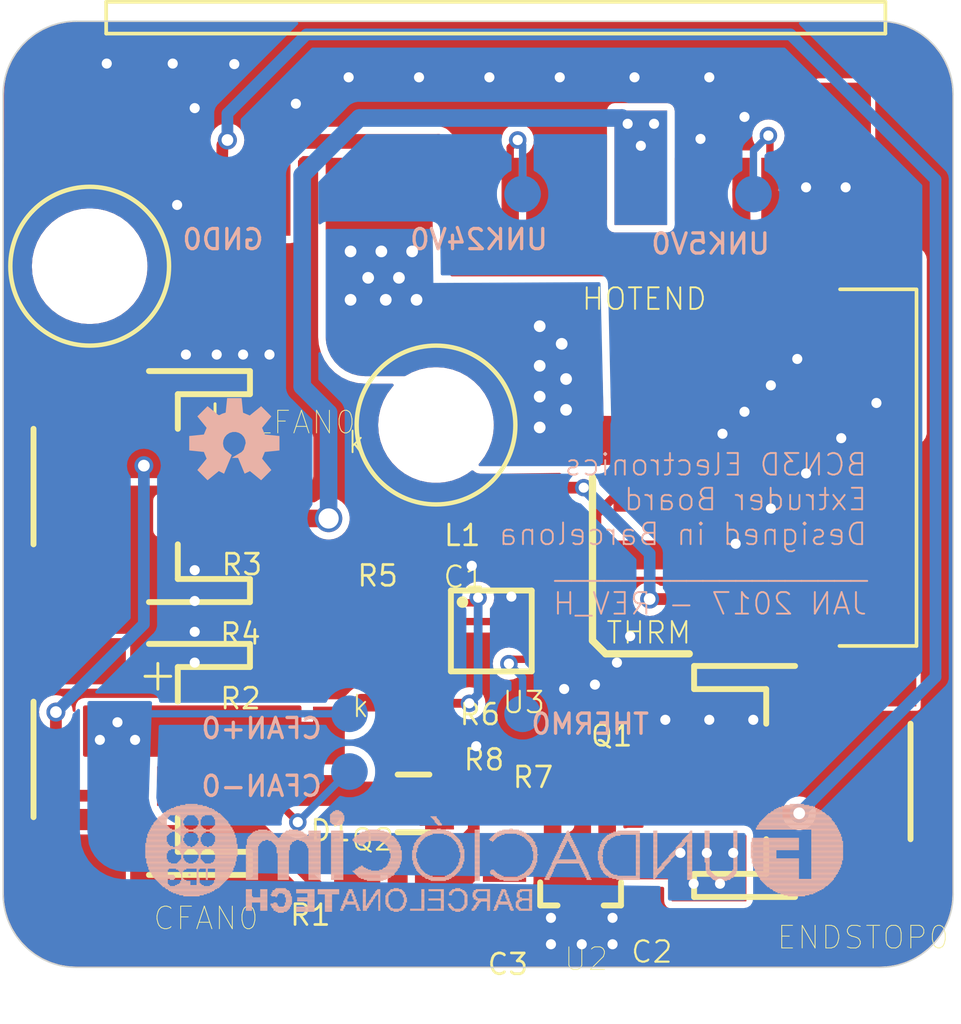
<source format=kicad_pcb>
(kicad_pcb (version 20221018) (generator pcbnew)
  (layers (0 "F.Cu" signal) (31 "B.Cu" signal) (34 "B.Paste" user) (35 "F.Paste" user) (36 "B.SilkS" user "B.Silkscreen") (37 "F.SilkS" user "F.Silkscreen") (38 "B.Mask" user) (39 "F.Mask" user) (44 "Edge.Cuts" user))
  (net 0 "")
  (net 1 "GND")
  (net 2 "+5V")
  (net 3 "HOTEND_THERM")
  (net 4 "LFAN")
  (net 5 "HOTEND")
  (net 6 "+24V")
  (net 7 "Z-ENDSTOP")
  (net 8 "GNDTHERM")
  (net 9 "IN")
  (net 10 "12V")
  (net 11 "N$4")
  (net 12 "N$5")
  (net 13 "OUT")
  (net 14 "DRAIN")
  (net 15 "N$3")
  (net 16 "N$1")
  (net 17 "N$2")
  (footprint "" (layer "F.Cu") (at 135.0419 97.1058)
    (fp_text reference "@HOLE0" hide)
    (fp_text value "")
  )
  (footprint "working:C0603K" (layer "F.Cu") (at 154.3219 118.4702 90)
    (fp_text reference "C2")
    (fp_text value "100n" hide)
  )
  (footprint "working:C0603K" (layer "F.Cu") (at 150.1775 107.4514 180)
    (fp_text reference "C1")
    (fp_text value "100n" hide)
  )
  (footprint "working:JST-2-SMD" (layer "F.Cu") (at 136.0951 114.1862 90)
    (fp_text reference "CFAN0")
    (fp_text value "")
  )
  (footprint "" (layer "F.Cu") (at 147.0419 102.6058)
    (fp_text reference "@HOLE1" hide)
    (fp_text value "")
  )
  (footprint "working:R0603" (layer "F.Cu") (at 146.2913 113.7666 180)
    (fp_text reference "R8")
    (fp_text value "10k" hide)
  )
  (footprint "working:R0603" (layer "F.Cu") (at 142.4771 111.0734 180)
    (fp_text reference "R2")
    (fp_text value "10k" hide)
  )
  (footprint "working:R0603" (layer "F.Cu") (at 146.2913 112.2218 180)
    (fp_text reference "R6")
    (fp_text value "1k" hide)
  )
  (footprint "working:R0603" (layer "F.Cu") (at 145.1661 109.443 -90)
    (fp_text reference "R5")
    (fp_text value "200k" hide)
  )
  (footprint "working:SOT23-3" (layer "F.Cu") (at 152.0523 118.543 180)
    (fp_text reference "U2")
    (fp_text value "LM3480IM4" hide)
  )
  (footprint "working:R1210" (layer "F.Cu") (at 145.7119 119.247)
    (fp_text reference "R1")
    (fp_text value "100" hide)
  )
  (footprint "working:JST-2-SMD" (layer "F.Cu") (at 136.0951 104.7374 90)
    (fp_text reference "LFAN0")
    (fp_text value "")
  )
  (footprint "working:FIDUCIAL_1MM" (layer "F.Cu") (at 162.1275 107.3698)
    (fp_text reference "U$1" hide)
    (fp_text value "FIDUCIAL" hide)
  )
  (footprint "working:JST-2-SMD" (layer "F.Cu") (at 160.4843 114.9502 -90)
    (fp_text reference "ENDSTOP0")
    (fp_text value "")
  )
  (footprint "working:MSOP8" (layer "F.Cu") (at 148.9583 109.7374 -90)
    (fp_text reference "U3")
    (fp_text value "LM392MMSOP8" hide)
  )
  (footprint "working:FIDUCIAL_1MM" (layer "F.Cu") (at 134.8583 119.7206)
    (fp_text reference "U$2" hide)
    (fp_text value "FIDUCIAL" hide)
  )
  (footprint "working:JST_PA_04" (layer "F.Cu") (at 157.0419 104.1058 -90)
    (fp_text reference "CN1" hide)
    (fp_text value "" hide)
  )
  (footprint "working:POWERDI323" (layer "F.Cu") (at 143.3299 114.109 -90)
    (fp_text reference "D1")
    (fp_text value "PD3S160" hide)
  )
  (footprint "working:R0603" (layer "F.Cu") (at 150.1775 105.9942 180)
    (fp_text reference "L1")
    (fp_text value "1k" hide)
  )
  (footprint "working:SOT323" (layer "F.Cu") (at 146.2631 115.7102 90)
    (fp_text reference "Q2")
    (fp_text value "MOSFET-NSOT323" hide)
  )
  (footprint "working:SOT323-BEC" (layer "F.Cu") (at 152.9733 114.9306 180)
    (fp_text reference "Q1")
    (fp_text value "BC807W" hide)
  )
  (footprint "working:R0603" (layer "F.Cu") (at 142.4827 107.6222)
    (fp_text reference "R3")
    (fp_text value "5k23" hide)
  )
  (footprint "working:C0805" (layer "F.Cu") (at 149.4155 118.729 90)
    (fp_text reference "C3")
    (fp_text value "330n" hide)
  )
  (footprint "working:R0603" (layer "F.Cu") (at 142.4771 109.349 180)
    (fp_text reference "R4")
    (fp_text value "1k" hide)
  )
  (footprint "working:68612014422" (layer "F.Cu") (at 142.8427 93.3504 180)
    (fp_text reference "VERT_FFC1" hide)
    (fp_text value "68612014422" hide)
  )
  (footprint "working:FIDUCIAL_1MM" (layer "F.Cu") (at 134.4563 91.8198)
    (fp_text reference "U$3" hide)
    (fp_text value "FIDUCIAL" hide)
  )
  (footprint "working:R0603" (layer "F.Cu") (at 150.2313 115.9032 180)
    (fp_text reference "R7")
    (fp_text value "22.6K" hide)
  )
  (footprint "working:B1,27" (layer "B.Cu") (at 140.0419 94.6058 180)
    (fp_text reference "GND0")
    (fp_text value "TPB1,27" hide)
  )
  (footprint "working:B1,27" (layer "B.Cu") (at 150.0419 112.6058 180)
    (fp_text reference "THERM0")
    (fp_text value "TPB1,27" hide)
  )
  (footprint "working:B1,27" (layer "B.Cu") (at 144.0419 114.6058 180)
    (fp_text reference "CFAN-0")
    (fp_text value "TPB1,27" hide)
  )
  (footprint "working:OSHW-LOGO-S" (layer "B.Cu") (at 140.0543 103.2362 180)
    (fp_text reference "U$5" hide)
    (fp_text value "" hide)
  )
  (footprint "working:B1,27" (layer "B.Cu") (at 158.0419 94.6058 -90)
    (fp_text reference "UNK5V0")
    (fp_text value "TPB1,27" hide)
  )
  (footprint "working:FCIM_LOGO" (layer "B.Cu") (at 162.9791 123.107 180)
    (fp_text reference "U$6" hide)
    (fp_text value "" hide)
  )
  (footprint "working:B1,27" (layer "B.Cu") (at 150.0419 94.6058 180)
    (fp_text reference "UNK24V0")
    (fp_text value "TPB1,27" hide)
  )
  (footprint "working:B1,27" (layer "B.Cu") (at 144.0419 112.6058 180)
    (fp_text reference "CFAN+0")
    (fp_text value "TPB1,27" hide)
  )
  (gr_line (start 152.9207 110.5286) (end 155.8163 110.5286) (stroke (width 0.254)) (layer "F.SilkS"))
  (gr_line (start 152.4635 110.0714) (end 152.4635 104.4326) (stroke (width 0.254)) (layer "F.SilkS"))
  (gr_line (start 152.4635 110.0714) (end 152.9207 110.5286) (stroke (width 0.254)) (layer "F.SilkS"))
  (gr_circle (center 147.0419 102.6058) (end 149.7919 102.6058) (stroke (width 0.1524)) (fill none) (layer "F.SilkS"))
  (gr_circle (center 135.0419 97.1058) (end 137.7919 97.1058) (stroke (width 0.1524)) (fill none) (layer "F.SilkS"))
  (gr_line (start 134.5819 121.3866) (end 162.4203 121.3866) (stroke (width 0.05)) (layer "Edge.Cuts"))
  (gr_arc (start 162.4203 88.6206) (mid 164.216351 89.364549) (end 164.9603 91.1606) (stroke (width 0.05)) (layer "Edge.Cuts"))
  (gr_line (start 132.0419 91.1606) (end 132.0419 118.8466) (stroke (width 0.05)) (layer "Edge.Cuts"))
  (gr_arc (start 164.9603 118.8466) (mid 164.216351 120.642651) (end 162.4203 121.3866) (stroke (width 0.05)) (layer "Edge.Cuts"))
  (gr_line (start 164.9603 118.8466) (end 164.9603 91.1606) (stroke (width 0.05)) (layer "Edge.Cuts"))
  (gr_arc (start 134.5819 121.3866) (mid 132.785849 120.642651) (end 132.0419 118.8466) (stroke (width 0.05)) (layer "Edge.Cuts"))
  (gr_arc (start 132.0419 91.1606) (mid 132.785849 89.364549) (end 134.5819 88.6206) (stroke (width 0.05)) (layer "Edge.Cuts"))
  (gr_line (start 162.4203 88.6206) (end 134.5819 88.6206) (stroke (width 0.05)) (layer "Edge.Cuts"))
  (gr_text "BCN3D Electronics \nExtruder Board\nDesigned in Barcelona\n___________________\nJAN 2017 - REV_H\n" (at 162.0275 109.2322) (layer "B.SilkS") (effects (font (size 0.747776 0.747776) (thickness 0.065024)) (justify left bottom mirror)))
  (gr_text "k" (at 143.9291 103.6414) (layer "F.SilkS") (effects (font (size 0.747776 0.747776) (thickness 0.065024)) (justify left bottom)))
  (gr_text "HOTEND" (at 152.0439 98.679) (layer "F.SilkS") (effects (font (size 0.747776 0.747776) (thickness 0.065024)) (justify left bottom)))
  (gr_text "+" (at 138.5951 102.9086) (layer "F.SilkS") (effects (font (size 1.1684 1.1684) (thickness 0.1016)) (justify left bottom)))
  (gr_text "+" (at 136.6139 111.9002) (layer "F.SilkS") (effects (font (size 1.1684 1.1684) (thickness 0.1016)) (justify left bottom)))
  (gr_text "THRM" (at 152.8933 110.2372) (layer "F.SilkS") (effects (font (size 0.747776 0.747776) (thickness 0.065024)) (justify left bottom)))
  (gr_text "k" (at 144.0815 112.7854) (layer "F.SilkS") (effects (font (size 0.747776 0.747776) (thickness 0.065024)) (justify left bottom)))
  (via (at 140.3571 100.1654) (size 0.600518) (drill 0.350518) (layers "F.Cu" "B.Cu") (net 1))
  (via (at 162.3027 101.8418) (size 0.600518) (drill 0.350518) (layers "F.Cu" "B.Cu") (net 1))
  (via (at 161.2359 94.3742) (size 0.600518) (drill 0.350518) (layers "F.Cu" "B.Cu") (net 1))
  (via (at 139.4427 100.1654) (size 0.600518) (drill 0.350518) (layers "F.Cu" "B.Cu") (net 1))
  (via (at 148.4343 113.729) (size 0.600518) (drill 0.350518) (layers "F.Cu" "B.Cu") (net 1))
  (via (at 138.3759 100.1654) (size 0.600518) (drill 0.350518) (layers "F.Cu" "B.Cu") (net 1))
  (via (at 158.6451 105.4994) (size 0.600518) (drill 0.350518) (layers "F.Cu" "B.Cu") (net 1))
  (via (at 157.7307 91.9358) (size 0.600518) (drill 0.350518) (layers "F.Cu" "B.Cu") (net 1))
  (via (at 151.3299 90.5642) (size 0.600518) (drill 0.350518) (layers "F.Cu" "B.Cu") (net 1))
  (via (at 156.2067 92.6978) (size 0.600518) (drill 0.350518) (layers "F.Cu" "B.Cu") (net 1))
  (via (at 156.5115 112.8146) (size 0.600518) (drill 0.350518) (layers "F.Cu" "B.Cu") (net 1))
  (via (at 157.4259 106.7186) (size 0.600518) (drill 0.350518) (layers "F.Cu" "B.Cu") (net 1))
  (via (at 156.9687 102.9086) (size 0.600518) (drill 0.350518) (layers "F.Cu" "B.Cu") (net 1))
  (via (at 142.1859 91.4786) (size 0.600518) (drill 0.350518) (layers "F.Cu" "B.Cu") (net 1))
  (via (at 159.8643 104.2802) (size 0.600518) (drill 0.350518) (layers "F.Cu" "B.Cu") (net 1))
  (via (at 144.0147 90.5642) (size 0.600518) (drill 0.350518) (layers "F.Cu" "B.Cu") (net 1))
  (via (at 138.6807 91.631) (size 0.600518) (drill 0.350518) (layers "F.Cu" "B.Cu") (net 1))
  (via (at 138.6807 109.7666) (size 0.600518) (drill 0.350518) (layers "F.Cu" "B.Cu") (net 1))
  (via (at 151.0251 120.587) (size 0.600518) (drill 0.350518) (layers "F.Cu" "B.Cu") (net 1))
  (via (at 159.5595 100.3178) (size 0.600518) (drill 0.350518) (layers "F.Cu" "B.Cu") (net 1))
  (via (at 152.5491 111.5954) (size 0.600518) (drill 0.350518) (layers "F.Cu" "B.Cu") (net 1))
  (via (at 159.8643 94.3742) (size 0.600518) (drill 0.350518) (layers "F.Cu" "B.Cu") (net 1))
  (via (at 158.0355 112.8146) (size 0.600518) (drill 0.350518) (layers "F.Cu" "B.Cu") (net 1))
  (via (at 137.9187 90.0882) (size 0.600518) (drill 0.350518) (layers "F.Cu" "B.Cu") (net 1))
  (via (at 157.7307 102.1466) (size 0.600518) (drill 0.350518) (layers "F.Cu" "B.Cu") (net 1))
  (via (at 148.2819 107.4806) (size 0.600518) (drill 0.350518) (layers "F.Cu" "B.Cu") (net 1))
  (via (at 138.6807 110.8334) (size 0.600518) (drill 0.350518) (layers "F.Cu" "B.Cu") (net 1))
  (via (at 153.7683 109.919) (size 0.600518) (drill 0.350518) (layers "F.Cu" "B.Cu") (net 1))
  (via (at 135.6327 90.0882) (size 0.600518) (drill 0.350518) (layers "F.Cu" "B.Cu") (net 1))
  (via (at 146.4531 90.5642) (size 0.600518) (drill 0.350518) (layers "F.Cu" "B.Cu") (net 1))
  (via (at 152.0919 120.587) (size 0.600518) (drill 0.350518) (layers "F.Cu" "B.Cu") (net 1))
  (via (at 156.5115 90.5642) (size 0.600518) (drill 0.350518) (layers "F.Cu" "B.Cu") (net 1))
  (via (at 151.0251 119.6726) (size 0.600518) (drill 0.350518) (layers "F.Cu" "B.Cu") (net 1))
  (via (at 138.6807 108.6998) (size 0.600518) (drill 0.350518) (layers "F.Cu" "B.Cu") (net 1))
  (via (at 161.0835 103.061) (size 0.600518) (drill 0.350518) (layers "F.Cu" "B.Cu") (net 1))
  (via (at 158.6451 101.2322) (size 0.600518) (drill 0.350518) (layers "F.Cu" "B.Cu") (net 1))
  (via (at 153.9207 90.5642) (size 0.600518) (drill 0.350518) (layers "F.Cu" "B.Cu") (net 1))
  (via (at 140.0523 90.107) (size 0.600518) (drill 0.350518) (layers "F.Cu" "B.Cu") (net 1))
  (via (at 153.1587 120.587) (size 0.600518) (drill 0.350518) (layers "F.Cu" "B.Cu") (net 1))
  (via (at 149.6535 108.5474) (size 0.600518) (drill 0.350518) (layers "F.Cu" "B.Cu") (net 1))
  (via (at 151.4823 111.7478) (size 0.600518) (drill 0.350518) (layers "F.Cu" "B.Cu") (net 1))
  (via (at 154.9875 112.8146) (size 0.600518) (drill 0.350518) (layers "F.Cu" "B.Cu") (net 1))
  (via (at 148.8915 90.5642) (size 0.600518) (drill 0.350518) (layers "F.Cu" "B.Cu") (net 1))
  (via (at 138.6807 107.633) (size 0.600518) (drill 0.350518) (layers "F.Cu" "B.Cu") (net 1))
  (via (at 153.3111 110.8334) (size 0.600518) (drill 0.350518) (layers "F.Cu" "B.Cu") (net 1))
  (via (at 138.0711 94.9838) (size 0.600518) (drill 0.350518) (layers "F.Cu" "B.Cu") (net 1))
  (via (at 141.2715 100.1654) (size 0.600518) (drill 0.350518) (layers "F.Cu" "B.Cu") (net 1))
  (via (at 153.1587 119.6726) (size 0.600518) (drill 0.350518) (layers "F.Cu" "B.Cu") (net 1))
  (segment (start 158.6127 92.6362) (end 158.5595 92.583) (width 0.254) (layer "F.Cu") (net 2))
  (segment (start 163.5887 102.8418) (end 158.5595 107.871) (width 0.4064) (layer "F.Cu") (net 2))
  (segment (start 152.1587 104.775) (end 151.5491 104.775) (width 0.4064) (layer "F.Cu") (net 2))
  (segment (start 161.9123 95.2218) (end 163.5887 96.8982) (width 0.4064) (layer "F.Cu") (net 2))
  (segment (start 151.0919 105.9298) (end 151.0275 105.9942) (width 0.4064) (layer "F.Cu") (net 2))
  (segment (start 151.5491 104.775) (end 151.0919 105.2322) (width 0.4064) (layer "F.Cu") (net 2))
  (segment (start 158.5595 107.871) (end 156.7307 107.871) (width 0.4064) (layer "F.Cu") (net 2))
  (segment (start 151.0919 105.2322) (end 151.0919 105.9298) (width 0.4064) (layer "F.Cu") (net 2))
  (segment (start 156.7307 107.871) (end 155.9687 108.633) (width 0.4064) (layer "F.Cu") (net 2))
  (segment (start 163.5887 96.8982) (end 163.5887 102.8418) (width 0.4064) (layer "F.Cu") (net 2))
  (segment (start 155.9687 108.633) (end 154.4447 108.633) (width 0.4064) (layer "F.Cu") (net 2))
  (segment (start 158.6127 94.4504) (end 158.6127 92.6362) (width 0.254) (layer "F.Cu") (net 2))
  (segment (start 158.6127 94.4504) (end 159.2579 95.2218) (width 0.4064) (layer "F.Cu") (net 2))
  (segment (start 159.2579 95.2218) (end 161.9123 95.2218) (width 0.4064) (layer "F.Cu") (net 2))
  (via (at 158.5595 92.583) (size 0.6056) (drill 0.3556) (layers "F.Cu" "B.Cu") (net 2))
  (via (at 154.4447 108.633) (size 0.6564) (drill 0.4064) (layers "F.Cu" "B.Cu") (net 2))
  (via (at 152.1587 104.775) (size 0.600518) (drill 0.350518) (layers "F.Cu" "B.Cu") (net 2))
  (segment (start 158.5595 92.583) (end 158.0419 93.1006) (width 0.254) (layer "B.Cu") (net 2))
  (segment (start 154.4447 108.633) (end 154.4447 107.061) (width 0.4064) (layer "B.Cu") (net 2))
  (segment (start 154.4447 107.061) (end 152.1587 104.775) (width 0.4064) (layer "B.Cu") (net 2))
  (segment (start 158.0419 93.1006) (end 158.0419 94.6058) (width 0.254) (layer "B.Cu") (net 2))
  (segment (start 151.0145 110.7186) (end 149.7203 110.7186) (width 0.254) (layer "F.Cu") (net 3))
  (segment (start 156.2955 105.1058) (end 154.5419 105.1058) (width 0.6096) (layer "F.Cu") (net 3))
  (segment (start 161.6075 97.5078) (end 161.6075 99.7938) (width 0.6096) (layer "F.Cu") (net 3))
  (segment (start 156.6419 96.133) (end 156.6419 95.3262) (width 0.6096) (layer "F.Cu") (net 3))
  (segment (start 152.0063 110.7186) (end 151.0145 110.7186) (width 0.3048) (layer "F.Cu") (net 3))
  (segment (start 154.5419 105.1058) (end 153.1995 105.1058) (width 0.3048) (layer "F.Cu") (net 3))
  (segment (start 151.0145 110.7186) (end 151.0083 110.7124) (width 0.3048) (layer "F.Cu") (net 3))
  (segment (start 161.6075 99.7938) (end 156.2955 105.1058) (width 0.6096) (layer "F.Cu") (net 3))
  (segment (start 161.3027 97.203) (end 161.6075 97.5078) (width 0.6096) (layer "F.Cu") (net 3))
  (segment (start 149.7203 110.7186) (end 149.5679 110.871) (width 0.254) (layer "F.Cu") (net 3))
  (segment (start 157.7119 97.203) (end 156.6419 96.133) (width 0.6096) (layer "F.Cu") (net 3))
  (segment (start 153.1995 105.1058) (end 152.6159 105.6894) (width 0.3048) (layer "F.Cu") (net 3))
  (segment (start 152.6159 110.109) (end 152.0063 110.7186) (width 0.3048) (layer "F.Cu") (net 3))
  (segment (start 157.7119 97.203) (end 161.3027 97.203) (width 0.6096) (layer "F.Cu") (net 3))
  (segment (start 152.6159 105.6894) (end 152.6159 110.109) (width 0.3048) (layer "F.Cu") (net 3))
  (segment (start 156.6419 95.3262) (end 156.6127 94.4504) (width 0.6096) (layer "F.Cu") (net 3))
  (via (at 149.5679 110.871) (size 0.6056) (drill 0.3556) (layers "F.Cu" "B.Cu") (net 3))
  (segment (start 149.5679 110.871) (end 150.0419 111.345) (width 0.254) (layer "B.Cu") (net 3))
  (segment (start 150.0419 111.345) (end 150.0419 112.6058) (width 0.254) (layer "B.Cu") (net 3))
  (segment (start 139.8995 105.8418) (end 143.3195 105.8418) (width 0.6096) (layer "F.Cu") (net 4))
  (segment (start 139.7951 105.7374) (end 139.8995 105.8418) (width 0.6096) (layer "F.Cu") (net 4))
  (via (at 154.5971 92.1738) (size 0.600518) (drill 0.350518) (layers "F.Cu" "B.Cu") (net 4))
  (via (at 143.3195 105.8418) (size 0.95) (drill 0.7) (layers "F.Cu" "B.Cu") (net 4))
  (via (at 153.6827 92.1738) (size 0.600518) (drill 0.350518) (layers "F.Cu" "B.Cu") (net 4))
  (via (at 154.1399 92.9358) (size 0.600518) (drill 0.350518) (layers "F.Cu" "B.Cu") (net 4))
  (segment (start 142.4051 101.2698) (end 142.4051 93.9546) (width 0.6096) (layer "B.Cu") (net 4))
  (segment (start 153.4823 91.9734) (end 153.6827 92.1738) (width 0.6096) (layer "B.Cu") (net 4))
  (segment (start 144.3863 91.9734) (end 153.4823 91.9734) (width 0.6096) (layer "B.Cu") (net 4))
  (segment (start 143.3195 102.1842) (end 142.4051 101.2698) (width 0.6096) (layer "B.Cu") (net 4))
  (segment (start 142.4051 93.9546) (end 144.3863 91.9734) (width 0.6096) (layer "B.Cu") (net 4))
  (segment (start 143.3195 105.8418) (end 143.3195 102.1842) (width 0.6096) (layer "B.Cu") (net 4))
  (via (at 144.0815 98.2698) (size 0.6564) (drill 0.4064) (layers "F.Cu" "B.Cu") (net 5))
  (via (at 151.3967 99.7938) (size 0.6564) (drill 0.4064) (layers "F.Cu" "B.Cu") (net 5))
  (via (at 150.6347 102.6894) (size 0.6564) (drill 0.4064) (layers "F.Cu" "B.Cu") (net 5))
  (via (at 150.6347 100.5558) (size 0.6564) (drill 0.4064) (layers "F.Cu" "B.Cu") (net 5))
  (via (at 145.1483 96.5934) (size 0.6564) (drill 0.4064) (layers "F.Cu" "B.Cu") (net 5))
  (via (at 150.6347 99.1842) (size 0.6564) (drill 0.4064) (layers "F.Cu" "B.Cu") (net 5))
  (via (at 151.5491 101.013) (size 0.6564) (drill 0.4064) (layers "F.Cu" "B.Cu") (net 5))
  (via (at 151.5491 102.0798) (size 0.6564) (drill 0.4064) (layers "F.Cu" "B.Cu") (net 5))
  (via (at 145.3007 98.2698) (size 0.6564) (drill 0.4064) (layers "F.Cu" "B.Cu") (net 5))
  (via (at 146.3675 98.2698) (size 0.6564) (drill 0.4064) (layers "F.Cu" "B.Cu") (net 5))
  (via (at 144.6911 97.5078) (size 0.6564) (drill 0.4064) (layers "F.Cu" "B.Cu") (net 5))
  (via (at 145.7579 97.5078) (size 0.6564) (drill 0.4064) (layers "F.Cu" "B.Cu") (net 5))
  (via (at 150.6347 101.6226) (size 0.6564) (drill 0.4064) (layers "F.Cu" "B.Cu") (net 5))
  (via (at 146.2151 96.5934) (size 0.6564) (drill 0.4064) (layers "F.Cu" "B.Cu") (net 5))
  (via (at 144.0815 96.5934) (size 0.6564) (drill 0.4064) (layers "F.Cu" "B.Cu") (net 5))
  (segment (start 134.3279 115.443) (end 133.8707 114.9858) (width 0.4064) (layer "F.Cu") (net 6))
  (segment (start 141.6431 93.345) (end 141.6431 94.42) (width 0.508) (layer "F.Cu") (net 6))
  (segment (start 141.6431 117.2718) (end 141.0335 116.6622) (width 0.4064) (layer "F.Cu") (net 6))
  (segment (start 144.3119 119.247) (end 143.6183 119.247) (width 0.4064) (layer "F.Cu") (net 6))
  (segment (start 147.1295 92.7834) (end 147.5867 93.2406) (width 0.508) (layer "F.Cu") (net 6))
  (segment (start 142.2047 92.7834) (end 147.1295 92.7834) (width 0.508) (layer "F.Cu") (net 6))
  (segment (start 141.0335 116.6622) (end 137.2235 116.6622) (width 0.4064) (layer "F.Cu") (net 6))
  (segment (start 147.7391 117.2718) (end 141.6431 117.2718) (width 0.4064) (layer "F.Cu") (net 6))
  (segment (start 137.3759 99.5558) (end 137.3759 103.5558) (width 0.6096) (layer "F.Cu") (net 6))
  (segment (start 143.6183 119.247) (end 141.6431 117.2718) (width 0.4064) (layer "F.Cu") (net 6))
  (segment (start 137.3759 99.5558) (end 140.6127 96.319) (width 0.6096) (layer "F.Cu") (net 6))
  (segment (start 147.6419 96.1058) (end 148.1963 96.6602) (width 0.4064) (layer "F.Cu") (net 6))
  (segment (start 149.6419 96.5818) (end 149.7203 96.6602) (width 0.4064) (layer "F.Cu") (net 6))
  (segment (start 137.2235 116.6622) (end 136.0043 115.443) (width 0.4064) (layer "F.Cu") (net 6))
  (segment (start 148.3487 114.9858) (end 148.3487 116.6622) (width 0.4064) (layer "F.Cu") (net 6))
  (segment (start 137.5575 103.7374) (end 139.7951 103.7374) (width 0.6096) (layer "F.Cu") (net 6))
  (segment (start 149.6127 92.9954) (end 149.8727 92.7354) (width 0.254) (layer "F.Cu") (net 6))
  (segment (start 137.3759 103.5558) (end 137.5575 103.7374) (width 0.6096) (layer "F.Cu") (net 6))
  (segment (start 144.8435 119.1726) (end 144.3119 119.247) (width 0.4064) (layer "F.Cu") (net 6))
  (segment (start 142.2047 92.7834) (end 141.6431 93.345) (width 0.508) (layer "F.Cu") (net 6))
  (segment (start 133.8707 114.9858) (end 133.8707 112.5474) (width 0.4064) (layer "F.Cu") (net 6))
  (segment (start 147.6127 94.4504) (end 147.6419 96.1058) (width 0.4064) (layer "F.Cu") (net 6))
  (segment (start 152.3233 114.0306) (end 149.3039 114.0306) (width 0.4064) (layer "F.Cu") (net 6))
  (segment (start 149.3039 114.0306) (end 148.3487 114.9858) (width 0.4064) (layer "F.Cu") (net 6))
  (segment (start 149.6127 94.4504) (end 149.6127 92.9954) (width 0.254) (layer "F.Cu") (net 6))
  (segment (start 136.9187 104.013) (end 137.3759 103.5558) (width 0.4064) (layer "F.Cu") (net 6))
  (segment (start 151.6127 94.4504) (end 151.6419 96.2626) (width 0.4064) (layer "F.Cu") (net 6))
  (segment (start 149.6127 94.4504) (end 149.6419 96.5818) (width 0.4064) (layer "F.Cu") (net 6))
  (segment (start 136.0043 115.443) (end 134.3279 115.443) (width 0.4064) (layer "F.Cu") (net 6))
  (segment (start 151.6419 96.2626) (end 151.0919 96.8126) (width 0.4064) (layer "F.Cu") (net 6))
  (segment (start 140.6127 96.319) (end 140.6127 94.4504) (width 0.6096) (layer "F.Cu") (net 6))
  (segment (start 147.5867 94.5506) (end 147.6127 94.4504) (width 0.508) (layer "F.Cu") (net 6))
  (segment (start 148.3487 116.6622) (end 147.7391 117.2718) (width 0.4064) (layer "F.Cu") (net 6))
  (segment (start 141.6431 94.42) (end 141.6127 94.4504) (width 0.508) (layer "F.Cu") (net 6))
  (segment (start 147.5867 93.2406) (end 147.5867 94.5506) (width 0.508) (layer "F.Cu") (net 6))
  (via (at 133.8707 112.5474) (size 0.6564) (drill 0.4064) (layers "F.Cu" "B.Cu") (net 6))
  (via (at 136.9187 104.013) (size 0.6564) (drill 0.4064) (layers "F.Cu" "B.Cu") (net 6))
  (via (at 149.8727 92.7354) (size 0.6056) (drill 0.3556) (layers "F.Cu" "B.Cu") (net 6))
  (segment (start 133.8707 112.5474) (end 136.9187 109.4994) (width 0.4064) (layer "B.Cu") (net 6))
  (segment (start 136.9187 109.4994) (end 136.9187 104.013) (width 0.4064) (layer "B.Cu") (net 6))
  (segment (start 149.8727 92.7354) (end 150.0419 92.9046) (width 0.254) (layer "B.Cu") (net 6))
  (segment (start 150.0419 92.9046) (end 150.0419 94.6058) (width 0.254) (layer "B.Cu") (net 6))
  (segment (start 139.8143 92.7354) (end 139.6419 92.9078) (width 0.4064) (layer "F.Cu") (net 7))
  (segment (start 156.8867 116.0526) (end 159.6263 116.0526) (width 0.4064) (layer "F.Cu") (net 7))
  (segment (start 139.6419 92.9078) (end 139.6127 94.4504) (width 0.4064) (layer "F.Cu") (net 7))
  (segment (start 156.7843 115.9502) (end 156.8867 116.0526) (width 0.4064) (layer "F.Cu") (net 7))
  (via (at 139.8143 92.7354) (size 0.6564) (drill 0.4064) (layers "F.Cu" "B.Cu") (net 7))
  (via (at 159.6263 116.0526) (size 0.6564) (drill 0.4064) (layers "F.Cu" "B.Cu") (net 7))
  (segment (start 159.6263 116.0526) (end 164.3507 111.3282) (width 0.4064) (layer "B.Cu") (net 7))
  (segment (start 142.5575 89.0778) (end 139.8143 91.821) (width 0.4064) (layer "B.Cu") (net 7))
  (segment (start 139.8143 91.821) (end 139.8143 92.7354) (width 0.4064) (layer "B.Cu") (net 7))
  (segment (start 164.3507 111.3282) (end 164.3507 94.107) (width 0.4064) (layer "B.Cu") (net 7))
  (segment (start 164.3507 94.107) (end 159.3215 89.0778) (width 0.4064) (layer "B.Cu") (net 7))
  (segment (start 159.3215 89.0778) (end 142.5575 89.0778) (width 0.4064) (layer "B.Cu") (net 7))
  (segment (start 158.0355 96.2886) (end 161.9123 96.2886) (width 0.6096) (layer "F.Cu") (net 8))
  (segment (start 158.0355 96.2886) (end 157.6419 95.895) (width 0.6096) (layer "F.Cu") (net 8))
  (segment (start 157.6419 95.895) (end 157.6127 94.4504) (width 0.6096) (layer "F.Cu") (net 8))
  (segment (start 162.5219 100.251) (end 155.6671 107.1058) (width 0.6096) (layer "F.Cu") (net 8))
  (segment (start 155.6671 107.1058) (end 154.5419 107.1058) (width 0.6096) (layer "F.Cu") (net 8))
  (segment (start 161.9123 96.2886) (end 162.5219 96.8982) (width 0.6096) (layer "F.Cu") (net 8))
  (segment (start 162.5219 96.8982) (end 162.5219 100.251) (width 0.6096) (layer "F.Cu") (net 8))
  (segment (start 149.6515 117.543) (end 149.4155 117.779) (width 0.6096) (layer "F.Cu") (net 9))
  (segment (start 149.2669 117.5492) (end 148.8097 117.5492) (width 0.6096) (layer "F.Cu") (net 9))
  (segment (start 149.4155 117.779) (end 149.2669 117.5492) (width 0.6096) (layer "F.Cu") (net 9))
  (segment (start 151.0813 115.9032) (end 151.0813 117.522) (width 0.6096) (layer "F.Cu") (net 9))
  (segment (start 151.0813 117.522) (end 151.1023 117.543) (width 0.6096) (layer "F.Cu") (net 9))
  (segment (start 151.1023 117.543) (end 149.6515 117.543) (width 0.6096) (layer "F.Cu") (net 9))
  (segment (start 148.8097 117.5492) (end 147.1119 119.247) (width 0.6096) (layer "F.Cu") (net 9))
  (segment (start 140.4531 113.1862) (end 140.4239 113.157) (width 0.6096) (layer "F.Cu") (net 10))
  (segment (start 153.0023 117.543) (end 153.0545 117.5952) (width 0.6096) (layer "F.Cu") (net 10))
  (segment (start 143.3095 113.1862) (end 140.4531 113.1862) (width 0.6096) (layer "F.Cu") (net 10))
  (segment (start 139.8243 113.157) (end 139.7951 113.1862) (width 0.6096) (layer "F.Cu") (net 10))
  (segment (start 153.0023 117.543) (end 152.9733 117.514) (width 0.6096) (layer "F.Cu") (net 10))
  (segment (start 152.9733 117.514) (end 152.9733 115.8306) (width 0.6096) (layer "F.Cu") (net 10))
  (segment (start 145.4413 112.2218) (end 144.4671 112.2218) (width 0.6096) (layer "F.Cu") (net 10))
  (segment (start 153.0545 117.5952) (end 154.3219 117.5952) (width 0.6096) (layer "F.Cu") (net 10))
  (segment (start 143.3299 113.359) (end 143.3095 113.1862) (width 0.6096) (layer "F.Cu") (net 10))
  (segment (start 144.4671 112.2218) (end 143.3299 113.359) (width 0.6096) (layer "F.Cu") (net 10))
  (segment (start 140.4239 113.157) (end 139.8243 113.157) (width 0.6096) (layer "F.Cu") (net 10))
  (via (at 155.9687 118.491) (size 0.600518) (drill 0.350518) (layers "F.Cu" "B.Cu") (net 10))
  (via (at 135.3947 113.5098) (size 0.600518) (drill 0.350518) (layers "F.Cu" "B.Cu") (net 10))
  (via (at 157.3403 117.4242) (size 0.600518) (drill 0.350518) (layers "F.Cu" "B.Cu") (net 10))
  (via (at 155.5115 117.4242) (size 0.600518) (drill 0.350518) (layers "F.Cu" "B.Cu") (net 10))
  (via (at 136.6139 113.5098) (size 0.600518) (drill 0.350518) (layers "F.Cu" "B.Cu") (net 10))
  (via (at 136.0043 112.9002) (size 0.600518) (drill 0.350518) (layers "F.Cu" "B.Cu") (net 10))
  (via (at 156.4259 117.4242) (size 0.600518) (drill 0.350518) (layers "F.Cu" "B.Cu") (net 10))
  (via (at 156.8831 118.491) (size 0.600518) (drill 0.350518) (layers "F.Cu" "B.Cu") (net 10))
  (segment (start 136.2987 112.6058) (end 136.0043 112.9002) (width 0.254) (layer "B.Cu") (net 10))
  (segment (start 144.0419 112.6058) (end 136.2987 112.6058) (width 0.254) (layer "B.Cu") (net 10))
  (segment (start 141.6271 107.6278) (end 141.6271 109.349) (width 0.6096) (layer "F.Cu") (net 11))
  (segment (start 141.6327 107.6222) (end 141.6271 107.6278) (width 0.6096) (layer "F.Cu") (net 11))
  (segment (start 141.6271 109.349) (end 141.6271 111.0734) (width 0.6096) (layer "F.Cu") (net 11))
  (segment (start 145.0331 110.293) (end 145.1661 110.293) (width 0.254) (layer "F.Cu") (net 12))
  (segment (start 144.2221 109.349) (end 145.1661 110.293) (width 0.3048) (layer "F.Cu") (net 12))
  (segment (start 145.3967 110.0624) (end 146.9083 110.0624) (width 0.254) (layer "F.Cu") (net 12))
  (segment (start 143.3271 109.349) (end 144.2221 109.349) (width 0.3048) (layer "F.Cu") (net 12))
  (segment (start 145.1661 110.293) (end 145.3967 110.0624) (width 0.254) (layer "F.Cu") (net 12))
  (segment (start 147.1621 112.2426) (end 146.9653 112.2426) (width 0.3048) (layer "F.Cu") (net 13))
  (segment (start 148.1963 112.2426) (end 147.1621 112.2426) (width 0.3048) (layer "F.Cu") (net 13))
  (segment (start 145.4413 114.3644) (end 146.2659 115.1382) (width 0.254) (layer "F.Cu") (net 13))
  (segment (start 148.3237 108.7624) (end 148.5011 108.585) (width 0.254) (layer "F.Cu") (net 13))
  (segment (start 145.3355 108.7624) (end 146.9083 108.7624) (width 0.254) (layer "F.Cu") (net 13))
  (segment (start 146.2659 115.1382) (end 146.2659 116.0526) (width 0.254) (layer "F.Cu") (net 13))
  (segment (start 146.9083 108.7624) (end 148.3237 108.7624) (width 0.254) (layer "F.Cu") (net 13))
  (segment (start 146.9653 112.2426) (end 145.4413 113.7666) (width 0.254) (layer "F.Cu") (net 13))
  (segment (start 146.2659 116.0526) (end 146.5199 116.3574) (width 0.254) (layer "F.Cu") (net 13))
  (segment (start 146.5199 116.3574) (end 147.1603 116.3574) (width 0.254) (layer "F.Cu") (net 13))
  (segment (start 147.1621 112.2426) (end 147.1413 112.2218) (width 0.3048) (layer "F.Cu") (net 13))
  (segment (start 145.4413 113.7666) (end 145.4413 114.3644) (width 0.254) (layer "F.Cu") (net 13))
  (segment (start 147.1603 116.3574) (end 147.1631 116.3602) (width 0.3048) (layer "F.Cu") (net 13))
  (segment (start 145.1661 108.593) (end 145.3355 108.7624) (width 0.254) (layer "F.Cu") (net 13))
  (via (at 148.5011 108.585) (size 0.600518) (drill 0.350518) (layers "F.Cu" "B.Cu") (net 13))
  (via (at 148.1963 112.2426) (size 0.600518) (drill 0.350518) (layers "F.Cu" "B.Cu") (net 13))
  (segment (start 148.5011 108.585) (end 148.5011 111.9378) (width 0.3048) (layer "B.Cu") (net 13))
  (segment (start 148.5011 111.9378) (end 148.1963 112.2426) (width 0.3048) (layer "B.Cu") (net 13))
  (segment (start 145.3631 115.7102) (end 144.9119 115.259) (width 0.6096) (layer "F.Cu") (net 14))
  (segment (start 141.0815 115.1862) (end 139.7951 115.1862) (width 0.254) (layer "F.Cu") (net 14))
  (segment (start 144.9119 115.259) (end 143.3299 115.259) (width 0.6096) (layer "F.Cu") (net 14))
  (segment (start 142.2527 116.3574) (end 141.0815 115.1862) (width 0.254) (layer "F.Cu") (net 14))
  (via (at 142.2527 116.3574) (size 0.6056) (drill 0.3556) (layers "F.Cu" "B.Cu") (net 14))
  (segment (start 144.0043 114.6058) (end 142.2527 116.3574) (width 0.254) (layer "B.Cu") (net 14))
  (segment (start 144.0419 114.6058) (end 144.0043 114.6058) (width 0.254) (layer "B.Cu") (net 14))
  (segment (start 151.0549 110.109) (end 151.0083 110.0624) (width 0.254) (layer "F.Cu") (net 15))
  (segment (start 151.0083 109.4124) (end 151.6145 109.4124) (width 0.254) (layer "F.Cu") (net 15))
  (segment (start 151.0549 110.109) (end 151.0083 110.0624) (width 0.254) (layer "F.Cu") (net 15))
  (segment (start 151.8539 109.6518) (end 151.8539 109.9566) (width 0.254) (layer "F.Cu") (net 15))
  (segment (start 151.8539 109.9566) (end 151.7015 110.109) (width 0.254) (layer "F.Cu") (net 15))
  (segment (start 151.6145 109.4124) (end 151.8539 109.6518) (width 0.254) (layer "F.Cu") (net 15))
  (segment (start 146.9083 109.4124) (end 151.0083 109.4124) (width 0.254) (layer "F.Cu") (net 15))
  (segment (start 151.7015 110.109) (end 151.0549 110.109) (width 0.254) (layer "F.Cu") (net 15))
  (segment (start 150.0251 114.8334) (end 149.8727 114.9858) (width 0.3048) (layer "F.Cu") (net 16))
  (segment (start 149.3813 115.9032) (end 149.3813 115.4772) (width 0.3048) (layer "F.Cu") (net 16))
  (segment (start 149.3813 115.4772) (end 149.8727 114.9858) (width 0.3048) (layer "F.Cu") (net 16))
  (segment (start 153.5303 114.8334) (end 150.0251 114.8334) (width 0.3048) (layer "F.Cu") (net 16))
  (segment (start 153.5303 114.8334) (end 153.6233 114.7404) (width 0.3048) (layer "F.Cu") (net 16))
  (segment (start 153.6233 114.7404) (end 153.6233 114.0306) (width 0.3048) (layer "F.Cu") (net 16))
  (segment (start 149.3275 105.9942) (end 149.5953 105.9942) (width 0.254) (layer "F.Cu") (net 17))
  (segment (start 143.4367 107.5182) (end 143.3327 107.6222) (width 0.3048) (layer "F.Cu") (net 17))
  (segment (start 150.1775 106.299) (end 149.8727 105.9942) (width 0.254) (layer "F.Cu") (net 17))
  (segment (start 149.8727 105.9942) (end 149.3275 105.9942) (width 0.254) (layer "F.Cu") (net 17))
  (segment (start 148.9583 105.9942) (end 148.0439 105.9942) (width 0.3048) (layer "F.Cu") (net 17))
  (segment (start 150.1775 106.7562) (end 150.1775 106.299) (width 0.254) (layer "F.Cu") (net 17))
  (segment (start 150.8727 107.4514) (end 150.1775 106.7562) (width 0.254) (layer "F.Cu") (net 17))
  (segment (start 151.0525 108.7182) (end 151.0083 108.7624) (width 0.4064) (layer "F.Cu") (net 17))
  (segment (start 146.5199 107.5182) (end 143.4367 107.5182) (width 0.3048) (layer "F.Cu") (net 17))
  (segment (start 151.0525 107.4514) (end 150.8727 107.4514) (width 0.254) (layer "F.Cu") (net 17))
  (segment (start 143.5335 107.823) (end 143.3327 107.6222) (width 0.254) (layer "F.Cu") (net 17))
  (segment (start 149.3275 105.9942) (end 148.9583 105.9942) (width 0.254) (layer "F.Cu") (net 17))
  (segment (start 151.0525 107.4514) (end 151.0525 108.7182) (width 0.4064) (layer "F.Cu") (net 17))
  (segment (start 148.0439 105.9942) (end 146.5199 107.5182) (width 0.3048) (layer "F.Cu") (net 17))
  (zone (net 6) (net_name "+24V") (layer "F.Cu") (priority 6) (connect_pads yes (clearance 0.000001)) (min_thickness 0.025) (fill yes (thermal_gap 0.5) (thermal_bridge_width 0.5) (island_removal_mode 1) (island_area_min 10))
    (polygon (pts (xy 140.2969 96.0506) (xy 140.2969 93.4306) (xy 141.9987 93.4306) (xy 141.9987 96.0506)))
  )
  (zone (net 14) (net_name "DRAIN") (layer "F.Cu") (priority 6) (connect_pads yes (clearance 0.000001)) (min_thickness 0.025) (fill yes (thermal_gap 0.5) (thermal_bridge_width 0.5) (island_removal_mode 1) (island_area_min 10))
    (polygon (pts (xy 137.3759 114.4242) (xy 142.2527 114.4242) (xy 142.2527 114.729) (xy 144.3863 114.729) (xy 144.3863 115.7958) (xy 137.3759 115.7958)))
  )
  (zone (net 6) (net_name "+24V") (layer "F.Cu") (priority 6) (connect_pads yes (clearance 0.000001)) (min_thickness 0.1016) (fill yes (thermal_gap 0.5) (thermal_bridge_width 0.5))
    (polygon (pts (xy 156.000848 101.752129) (xy 153.099691 101.726103) (xy 153.048901 97.457) (xy 147.5375 97.457) (xy 147.5375 95.7966) (xy 155.911589 95.7966)))
  )
  (zone (net 10) (net_name "12V") (layer "F.Cu") (priority 6) (connect_pads yes (clearance 0.000001)) (min_thickness 0.127) (fill yes (thermal_gap 0.5) (thermal_bridge_width 0.5) (island_removal_mode 1) (island_area_min 10))
    (polygon (pts (xy 142.3797 114.094) (xy 134.8105 114.094) (xy 134.8105 112.316) (xy 142.3797 112.316)))
  )
  (zone (net 6) (net_name "+24V") (layer "F.Cu") (priority 6) (connect_pads yes (clearance 0.000001)) (min_thickness 0.127) (fill yes (thermal_gap 0.5) (thermal_bridge_width 0.5) (island_removal_mode 1) (island_area_min 10))
    (polygon (pts (xy 142.5321 104.4448) (xy 136.1821 104.4448) (xy 136.1821 102.9716) (xy 142.5321 102.9716)))
  )
  (zone (net 10) (net_name "12V") (layer "F.Cu") (priority 6) (connect_pads yes (clearance 0.000001)) (min_thickness 0.025) (fill yes (thermal_gap 0.5) (thermal_bridge_width 0.5))
    (polygon (pts (xy 153.6827 116.8146) (xy 157.7975 116.8146) (xy 157.7975 119.1006) (xy 155.2067 119.1006) (xy 155.2067 118.3386) (xy 153.6827 118.3386)))
  )
  (zone (net 4) (net_name "LFAN") (layer "F.Cu") (priority 6) (connect_pads yes (clearance 0.000001)) (min_thickness 0.025) (fill yes (thermal_gap 0.5) (thermal_bridge_width 0.5) (island_removal_mode 1) (island_area_min 10))
    (polygon (pts (xy 155.0543 95.679) (xy 155.0543 91.7166) (xy 153.2255 91.7166) (xy 153.2255 95.679)))
  )
  (zone (net 1) (net_name "GND") (layer "F.Cu") (connect_pads yes (clearance 0.000001)) (min_thickness 0.1016) (fill yes (thermal_gap 0.5) (thermal_bridge_width 0.5))
    (polygon (pts (xy 162.45807 88.338572) (xy 162.556825 88.338101) (xy 162.556839 88.344099) (xy 162.774774 88.356292) (xy 163.090048 88.412754) (xy 163.396173 88.506953) (xy 163.688649 88.637507) (xy 163.963175 88.802495) (xy 164.215717 88.999495) (xy 164.442564 89.225607) (xy 164.640379 89.477509) (xy 164.806258 89.7515) (xy 164.937758 90.043551) (xy 165.033871 90.352328) (xy 165.109185 90.978024) (xy 165.064152 118.818394) (xy 165.070273 118.818583) (xy 165.063988 118.920117) (xy 165.063829 119.018579) (xy 165.057893 119.018575) (xy 165.044487 119.235171) (xy 164.986632 119.548609) (xy 164.891456 119.852801) (xy 164.760343 120.143319) (xy 164.595203 120.415934) (xy 164.398438 120.666682) (xy 164.17291 120.891912) (xy 163.921903 121.088346) (xy 163.649068 121.253126) (xy 163.358378 121.383854) (xy 163.051116 121.479545) (xy 162.428527 121.555154) (xy 134.57883 121.555) (xy 134.263468 121.535925) (xy 133.949679 121.47842) (xy 133.64511 121.383512) (xy 133.354201 121.252585) (xy 133.081195 121.087547) (xy 132.830072 120.890805) (xy 132.604495 120.665228) (xy 132.407753 120.414105) (xy 132.242715 120.141099) (xy 132.111788 119.85019) (xy 132.01688 119.545621) (xy 131.959375 119.231832) (xy 131.9403 118.91647) (xy 131.9403 91.211437) (xy 131.933672 91.21122) (xy 131.9403 91.109788) (xy 131.9403 91.011497) (xy 131.946723 91.011497) (xy 131.962548 90.769312) (xy 132.029559 90.431373) (xy 132.139977 90.105029) (xy 132.291923 89.795828) (xy 132.482816 89.509029) (xy 132.709406 89.249512) (xy 132.967842 89.021686) (xy 133.253727 88.829429) (xy 133.5622 88.676011) (xy 133.89117 88.562953) (xy 134.562667 88.471562) (xy 162.356654 88.339056) (xy 162.356826 88.332907)))
  )
  (zone (net 5) (net_name "HOTEND") (layer "F.Cu") (priority 4) (connect_pads yes (clearance 0.000001)) (min_thickness 0.1016) (fill yes (thermal_gap 0.5) (thermal_bridge_width 0.5))
    (polygon (pts (xy 146.9263 97.710154) (xy 152.714584 97.662179) (xy 152.848229 102.28854) (xy 156.2279 102.313961) (xy 156.2279 103.988) (xy 152.652151 103.988) (xy 149.299351 104.031) (xy 145.9611 104.031) (xy 145.9611 100.9142) (xy 144.585064 100.9142) (xy 144.351257 100.893745) (xy 144.120252 100.831847) (xy 143.903506 100.730776) (xy 143.707603 100.593603) (xy 143.538497 100.424497) (xy 143.401324 100.228594) (xy 143.300253 100.011848) (xy 143.238355 99.780843) (xy 143.2179 99.547036) (xy 143.2179 93.377) (xy 146.9263 93.377)))
  )
  (zone (net 10) (net_name "12V") (layer "B.Cu") (priority 6) (connect_pads yes (clearance 0.000001)) (min_thickness 0.127) (fill yes (thermal_gap 0.5) (thermal_bridge_width 0.5) (island_removal_mode 1) (island_area_min 10))
    (polygon (pts (xy 137.089866 115.539711) (xy 137.132706 115.752128) (xy 137.210549 115.9593) (xy 137.320482 116.151377) (xy 137.459681 116.323425) (xy 137.624576 116.471034) (xy 137.810927 116.590408) (xy 138.013958 116.678488) (xy 138.223458 116.731738) (xy 138.689463 116.7356) (xy 157.7721 116.7356) (xy 157.7721 119.0752) (xy 155.0797 119.0752) (xy 155.0797 118.311602) (xy 136.190608 118.072288) (xy 136.18099 118.072288) (xy 135.955748 118.035073) (xy 135.739719 117.959412) (xy 135.539953 117.847667) (xy 135.362424 117.703179) (xy 135.21244 117.530267) (xy 135.094487 117.334103) (xy 135.010089 117.115363) (xy 134.9629 116.682287) (xy 134.9629 112.1636) (xy 137.202404 112.1636)))
  )
  (zone (net 1) (net_name "GND") (layer "B.Cu") (connect_pads yes (clearance 0.000001)) (min_thickness 0.1016) (fill yes (thermal_gap 0.5) (thermal_bridge_width 0.5))
    (polygon (pts (xy 162.917054 88.358654) (xy 163.232907 88.415364) (xy 163.539551 88.509951) (xy 163.832465 88.641024) (xy 164.107325 88.806645) (xy 164.360073 89.004373) (xy 164.586982 89.23129) (xy 164.784701 89.484045) (xy 164.950315 89.758909) (xy 165.081378 90.051827) (xy 165.175956 90.358475) (xy 165.232654 90.674329) (xy 165.250463 90.991633) (xy 165.12133 118.928399) (xy 165.097521 119.268807) (xy 165.028951 119.606482) (xy 164.917018 119.932359) (xy 164.763626 120.240898) (xy 164.571385 120.52685) (xy 164.343563 120.785351) (xy 164.084037 121.012004) (xy 163.797221 121.202954) (xy 163.487992 121.354953) (xy 163.158452 121.466484) (xy 162.486439 121.554732) (xy 134.594821 121.555) (xy 134.591741 121.555) (xy 134.275442 121.53581) (xy 133.960749 121.477964) (xy 133.655359 121.382498) (xy 133.363748 121.250812) (xy 133.090198 121.084839) (xy 132.838718 120.887011) (xy 132.613 120.660232) (xy 132.416354 120.407828) (xy 132.251663 120.133502) (xy 132.121346 119.841278) (xy 132.026403 119.532482) (xy 131.953223 118.907186) (xy 132.081141 91.0958) (xy 132.104829 90.756404) (xy 132.173015 90.419705) (xy 132.284317 90.0947) (xy 132.436852 89.786885) (xy 132.628039 89.501468) (xy 132.854648 89.243273) (xy 133.112845 89.016667) (xy 133.398264 88.825481) (xy 133.70608 88.67295) (xy 134.031085 88.56165) (xy 134.367786 88.493467) (xy 134.707181 88.469782) (xy 162.59975 88.340837)))
  )
  (zone (net 5) (net_name "HOTEND") (layer "B.Cu") (priority 4) (connect_pads yes (clearance 0.000001)) (min_thickness 0.1016) (fill yes (thermal_gap 0.5) (thermal_bridge_width 0.5))
    (polygon (pts (xy 146.950323 97.68516) (xy 152.740542 97.659764) (xy 152.853503 102.491) (xy 152.8243 102.491) (xy 152.8243 103.932627) (xy 152.7531 103.958027) (xy 152.7531 104.031) (xy 145.9611 104.031) (xy 145.9611 100.9142) (xy 144.585064 100.9142) (xy 144.351257 100.893745) (xy 144.120252 100.831847) (xy 143.903506 100.730776) (xy 143.707603 100.593603) (xy 143.538497 100.424497) (xy 143.401324 100.228594) (xy 143.300253 100.011848) (xy 143.238355 99.780843) (xy 143.2179 99.547036) (xy 143.2179 95.8154) (xy 146.924929 95.8154)))
  )
  (zone (net 4) (net_name "LFAN") (layer "B.Cu") (priority 6) (connect_pads yes (clearance 0.000001)) (min_thickness 0.025) (fill yes (thermal_gap 0.5) (thermal_bridge_width 0.5) (island_removal_mode 1) (island_area_min 10))
    (polygon (pts (xy 153.2255 95.679) (xy 153.2255 91.7166) (xy 155.0543 91.7166) (xy 155.0543 95.679)))
  )
)
</source>
